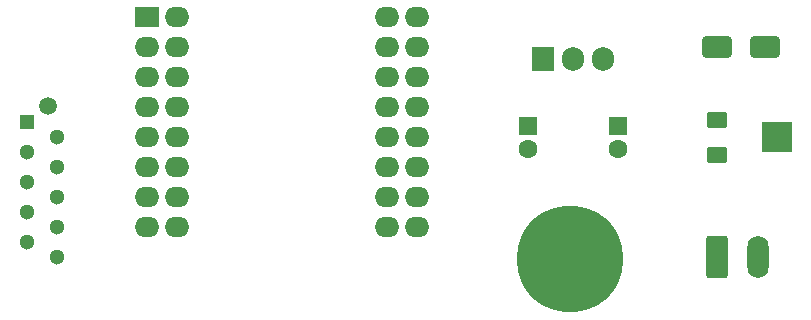
<source format=gts>
G04 #@! TF.GenerationSoftware,KiCad,Pcbnew,8.0.2*
G04 #@! TF.CreationDate,2024-05-11T15:04:56+02:00*
G04 #@! TF.ProjectId,WiFi-2-OIP-UI,57694669-2d32-42d4-9f49-502d55492e6b,V1.0*
G04 #@! TF.SameCoordinates,Original*
G04 #@! TF.FileFunction,Soldermask,Top*
G04 #@! TF.FilePolarity,Negative*
%FSLAX46Y46*%
G04 Gerber Fmt 4.6, Leading zero omitted, Abs format (unit mm)*
G04 Created by KiCad (PCBNEW 8.0.2) date 2024-05-11 15:04:56*
%MOMM*%
%LPD*%
G01*
G04 APERTURE LIST*
G04 Aperture macros list*
%AMRoundRect*
0 Rectangle with rounded corners*
0 $1 Rounding radius*
0 $2 $3 $4 $5 $6 $7 $8 $9 X,Y pos of 4 corners*
0 Add a 4 corners polygon primitive as box body*
4,1,4,$2,$3,$4,$5,$6,$7,$8,$9,$2,$3,0*
0 Add four circle primitives for the rounded corners*
1,1,$1+$1,$2,$3*
1,1,$1+$1,$4,$5*
1,1,$1+$1,$6,$7*
1,1,$1+$1,$8,$9*
0 Add four rect primitives between the rounded corners*
20,1,$1+$1,$2,$3,$4,$5,0*
20,1,$1+$1,$4,$5,$6,$7,0*
20,1,$1+$1,$6,$7,$8,$9,0*
20,1,$1+$1,$8,$9,$2,$3,0*%
G04 Aperture macros list end*
%ADD10R,2.500000X2.500000*%
%ADD11C,0.900000*%
%ADD12C,9.000000*%
%ADD13R,2.100000X1.700000*%
%ADD14O,2.100000X1.700000*%
%ADD15O,1.905000X2.000000*%
%ADD16R,1.905000X2.000000*%
%ADD17C,1.600000*%
%ADD18R,1.600000X1.600000*%
%ADD19O,1.800000X3.600000*%
%ADD20RoundRect,0.250000X-0.650000X-1.550000X0.650000X-1.550000X0.650000X1.550000X-0.650000X1.550000X0*%
%ADD21RoundRect,0.250001X0.624999X-0.462499X0.624999X0.462499X-0.624999X0.462499X-0.624999X-0.462499X0*%
%ADD22RoundRect,0.250000X-1.000000X-0.650000X1.000000X-0.650000X1.000000X0.650000X-1.000000X0.650000X0*%
%ADD23C,1.500000*%
%ADD24R,1.300000X1.300000*%
%ADD25C,1.300000*%
G04 APERTURE END LIST*
D10*
X177800000Y-96520000D03*
D11*
X163649000Y-106830000D03*
X162660485Y-109216485D03*
X162660485Y-104443515D03*
X160274000Y-110205000D03*
D12*
X160274000Y-106830000D03*
D11*
X160274000Y-103455000D03*
X157887515Y-109216485D03*
X157887515Y-104443515D03*
X156899000Y-106830000D03*
D13*
X124460000Y-86360000D03*
D14*
X124460000Y-88900000D03*
X124460000Y-91440000D03*
X124460000Y-93980000D03*
X124460000Y-96520000D03*
X124460000Y-99060000D03*
X124460000Y-101600000D03*
X124460000Y-104140000D03*
X127000000Y-86360000D03*
X127000000Y-88900000D03*
X127000000Y-91440000D03*
X127000000Y-93980000D03*
X127000000Y-96520000D03*
X127000000Y-99060000D03*
X127000000Y-101600000D03*
X127000000Y-104140000D03*
X144780000Y-86360000D03*
X144780000Y-88900000D03*
X144780000Y-91440000D03*
X144780000Y-93980000D03*
X144780000Y-96520000D03*
X144780000Y-99060000D03*
X144780000Y-101600000D03*
X144780000Y-104140000D03*
X147320000Y-86360000D03*
X147320000Y-88900000D03*
X147320000Y-91440000D03*
X147320000Y-93980000D03*
X147320000Y-96520000D03*
X147320000Y-99060000D03*
X147320000Y-101600000D03*
X147320000Y-104140000D03*
D15*
X163068000Y-89916000D03*
X160528000Y-89916000D03*
D16*
X157988000Y-89916000D03*
D17*
X164338000Y-97536000D03*
D18*
X164338000Y-95536000D03*
D17*
X156718000Y-97536000D03*
D18*
X156718000Y-95536000D03*
D19*
X176220000Y-106680000D03*
D20*
X172720000Y-106680000D03*
D21*
X172720000Y-95032500D03*
X172720000Y-98007500D03*
D22*
X176752000Y-88900000D03*
X172752000Y-88900000D03*
D23*
X116100000Y-93850000D03*
D24*
X114300000Y-95250000D03*
D25*
X116840000Y-96520000D03*
X114300000Y-97790000D03*
X116840000Y-99060000D03*
X114300000Y-100330000D03*
X116840000Y-101600000D03*
X114300000Y-102870000D03*
X116840000Y-104140000D03*
X114300000Y-105410000D03*
X116840000Y-106680000D03*
M02*

</source>
